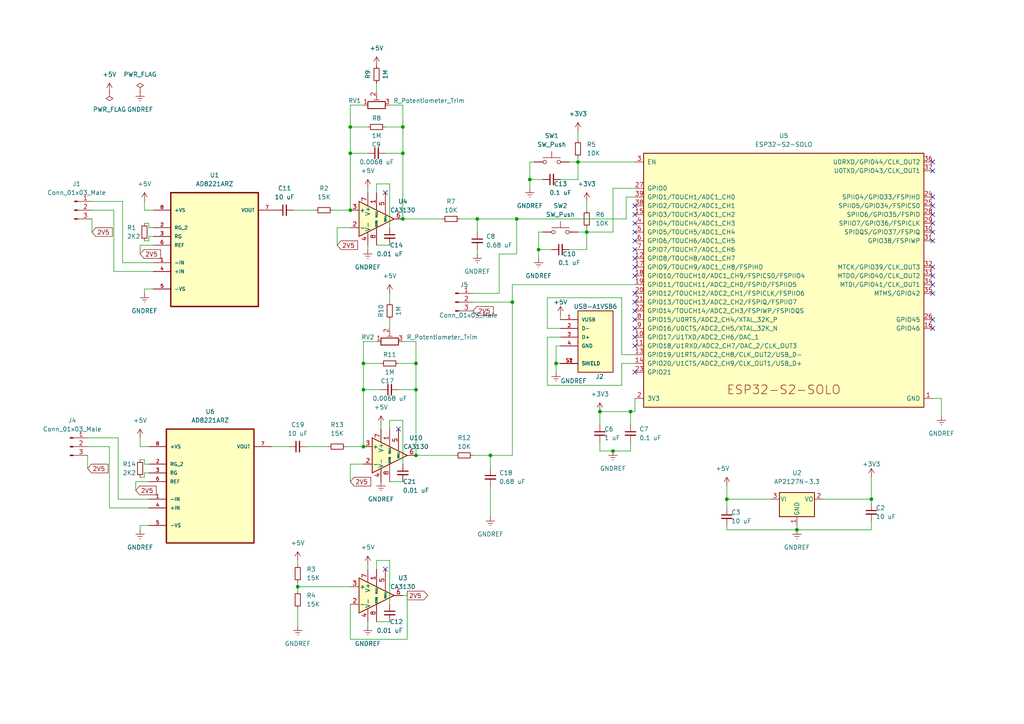
<source format=kicad_sch>
(kicad_sch (version 20211123) (generator eeschema)
  (paper "A4")
  (lib_symbols
    (symbol "AD8221ARZ:AD8221ARZ" (pin_names (offset 1.016))
      (property "Reference" "U" (at -4.3942 15.367 0))
      (property "Value" "AD8221ARZ" (at -5.2578 -25.0952 0))
      (symbol "AD8221ARZ_0_0"
        (rectangle (start -12.7 -20.32) (end 12.7 12.7) (stroke (width 0.4064)) (fill (type background)))
        (pin input line (at -17.78 -7.62 0) (length 5.08) (name "-IN") (number "1"))
        (pin passive line (at -17.78 2.54 0) (length 5.08) (name "RG_2") (number "2"))
        (pin passive line (at -17.78 0 0) (length 5.08) (name "RG") (number "3"))
        (pin input line (at -17.78 -10.16 0) (length 5.08) (name "+IN") (number "4"))
        (pin power_in line (at -17.78 -15.24 0) (length 5.08) (name "-VS") (number "5"))
        (pin input line (at -17.78 -2.54 0) (length 5.08) (name "REF") (number "6"))
        (pin output line (at 17.78 7.62 180) (length 5.08) (name "VOUT") (number "7"))
        (pin power_in line (at -17.78 7.62 0) (length 5.08) (name "+VS") (number "8"))
      )
    )
    (symbol "Amplifier_Operational:CA3130" (pin_names (offset 0.127))
      (property "Reference" "U" (at 6.35 5.08 0))
      (property "Value" "CA3130" (at 6.35 2.54 0))
      (symbol "CA3130_0_1"
        (polyline (pts (xy -5.08 5.08) (xy 5.08 0) (xy -5.08 -5.08) (xy -5.08 5.08)) (stroke (width 0.254)) (fill (type background)))
      )
      (symbol "CA3130_1_1"
        (pin passive line (at 0 7.62 270) (length 5.08) (name "NULL") (number "1"))
        (pin input line (at -7.62 -2.54 0) (length 2.54) (name "-") (number "2"))
        (pin input line (at -7.62 2.54 0) (length 2.54) (name "+") (number "3"))
        (pin power_in line (at -2.54 -7.62 90) (length 3.81) (name "V-") (number "4"))
        (pin passive line (at 2.54 7.62 270) (length 6.35) (name "NULL") (number "5"))
        (pin output line (at 7.62 0 180) (length 2.54) (name "~") (number "6"))
        (pin power_in line (at -2.54 7.62 270) (length 3.81) (name "V+") (number "7"))
        (pin passive line (at 0 -7.62 90) (length 5.08) (name "STRB") (number "8"))
      )
    )
    (symbol "Connector:Conn_01x03_Male" (pin_names (offset 1.016) hide)
      (property "Reference" "J" (at 0 5.08 0))
      (property "Value" "Conn_01x03_Male" (at 0 -5.08 0))
      (symbol "Conn_01x03_Male_1_1"
        (polyline (pts (xy 1.27 -2.54) (xy 0.8636 -2.54)) (stroke (width 0.1524)))
        (polyline (pts (xy 1.27 0) (xy 0.8636 0)) (stroke (width 0.1524)))
        (polyline (pts (xy 1.27 2.54) (xy 0.8636 2.54)) (stroke (width 0.1524)))
        (rectangle (start 0.8636 -2.413) (end 0 -2.667) (stroke (width 0.1524)) (fill (type outline)))
        (rectangle (start 0.8636 0.127) (end 0 -0.127) (stroke (width 0.1524)) (fill (type outline)))
        (rectangle (start 0.8636 2.667) (end 0 2.413) (stroke (width 0.1524)) (fill (type outline)))
        (pin passive line (at 5.08 2.54 180) (length 3.81) (name "Pin_1") (number "1"))
        (pin passive line (at 5.08 0 180) (length 3.81) (name "Pin_2") (number "2"))
        (pin passive line (at 5.08 -2.54 180) (length 3.81) (name "Pin_3") (number "3"))
      )
    )
    (symbol "Device:C_Small" (pin_numbers hide) (pin_names (offset 0.254) hide)
      (property "Reference" "C" (at 0.254 1.778 0))
      (property "Value" "C_Small" (at 0.254 -2.032 0))
      (symbol "C_Small_0_1"
        (polyline (pts (xy -1.524 -0.508) (xy 1.524 -0.508)) (stroke (width 0.3302)))
        (polyline (pts (xy -1.524 0.508) (xy 1.524 0.508)) (stroke (width 0.3048)))
      )
      (symbol "C_Small_1_1"
        (pin passive line (at 0 2.54 270) (length 2.032) (name "~") (number "1"))
        (pin passive line (at 0 -2.54 90) (length 2.032) (name "~") (number "2"))
      )
    )
    (symbol "Device:R_Potentiometer_Trim" (pin_names (offset 1.016) hide)
      (property "Reference" "RV" (at -4.445 0 90))
      (property "Value" "R_Potentiometer_Trim" (at -2.54 0 90))
      (symbol "R_Potentiometer_Trim_0_1"
        (polyline (pts (xy 1.524 0.762) (xy 1.524 -0.762)))
        (polyline (pts (xy 2.54 0) (xy 1.524 0)))
        (rectangle (start 1.016 2.54) (end -1.016 -2.54) (stroke (width 0.254)))
      )
      (symbol "R_Potentiometer_Trim_1_1"
        (pin passive line (at 0 3.81 270) (length 1.27) (name "1") (number "1"))
        (pin passive line (at 3.81 0 180) (length 1.27) (name "2") (number "2"))
        (pin passive line (at 0 -3.81 90) (length 1.27) (name "3") (number "3"))
      )
    )
    (symbol "Device:R_Small" (pin_numbers hide) (pin_names (offset 0.254) hide)
      (property "Reference" "R" (at 0.762 0.508 0))
      (property "Value" "R_Small" (at 0.762 -1.016 0))
      (symbol "R_Small_0_1"
        (rectangle (start -0.762 1.778) (end 0.762 -1.778) (stroke (width 0.2032)))
      )
      (symbol "R_Small_1_1"
        (pin passive line (at 0 2.54 270) (length 0.762) (name "~") (number "1"))
        (pin passive line (at 0 -2.54 90) (length 0.762) (name "~") (number "2"))
      )
    )
    (symbol "Espressif:ESP32-S2-SOLO" (pin_names (offset 1.016))
      (property "Reference" "U" (at -40.64 45.72 0))
      (property "Value" "ESP32-S2-SOLO" (at -40.64 43.18 0))
      (symbol "ESP32-S2-SOLO_0_1"
        (rectangle (start -40.64 40.64) (end 40.64 -33.02) (stroke (width 0.254)) (fill (type background)))
      )
      (symbol "ESP32-S2-SOLO_1_1"
        (text "ESP32-S2-SOLO" (at 0 -27.94 0) (effects (font (size 2.54 2.54))))
        (pin power_in line (at 43.18 -30.48 180) (length 2.54) (name "GND") (number "1"))
        (pin bidirectional line (at -43.18 -12.7 0) (length 2.54) (name "GPIO17/U1TXD/ADC2_CH6/DAC_1") (number "10"))
        (pin bidirectional line (at -43.18 -15.24 0) (length 2.54) (name "GPIO18/U1RXD/ADC2_CH7/DAC_2/CLK_OUT3") (number "11"))
        (pin bidirectional line (at -43.18 10.16 0) (length 2.54) (name "GPIO8/TOUCH8/ADC1_CH7") (number "12"))
        (pin bidirectional line (at -43.18 -17.78 0) (length 2.54) (name "GPIO19/U1RTS/ADC2_CH8/CLK_OUT2/USB_D-") (number "13"))
        (pin bidirectional line (at -43.18 -20.32 0) (length 2.54) (name "GPIO20/U1CTS/ADC2_CH9/CLK_OUT1/USB_D+") (number "14"))
        (pin bidirectional line (at -43.18 22.86 0) (length 2.54) (name "GPIO3/TOUCH3/ADC1_CH2") (number "15"))
        (pin input line (at 43.18 -10.16 180) (length 2.54) (name "GPIO46") (number "16"))
        (pin bidirectional line (at -43.18 7.62 0) (length 2.54) (name "GPIO9/TOUCH9/ADC1_CH8/FSPIHD") (number "17"))
        (pin bidirectional line (at -43.18 5.08 0) (length 2.54) (name "GPIO10/TOUCH10/ADC1_CH9/FSPICS0/FSPIIO4") (number "18"))
        (pin bidirectional line (at -43.18 2.54 0) (length 2.54) (name "GPIO11/TOUCH11/ADC2_CH0/FSPID/FSPIIO5") (number "19"))
        (pin power_in line (at -43.18 -30.48 0) (length 2.54) (name "3V3") (number "2"))
        (pin bidirectional line (at -43.18 0 0) (length 2.54) (name "GPIO12/TOUCH12/ADC2_CH1/FSPICLK/FSPIIO6") (number "20"))
        (pin bidirectional line (at -43.18 -2.54 0) (length 2.54) (name "GPIO13/TOUCH13/ADC2_CH2/FSPIQ/FSPIIO7") (number "21"))
        (pin bidirectional line (at -43.18 -5.08 0) (length 2.54) (name "GPIO14/TOUCH14/ADC2_CH3/FSPIWP/FSPIDQS") (number "22"))
        (pin bidirectional line (at -43.18 -22.86 0) (length 2.54) (name "GPIO21") (number "23"))
        (pin bidirectional line (at 43.18 27.94 180) (length 2.54) (name "SPIIO4/GPIO33/FSPIHD") (number "24"))
        (pin bidirectional line (at 43.18 25.4 180) (length 2.54) (name "SPIIO5/GPIO34/FSPICS0") (number "25"))
        (pin bidirectional line (at 43.18 -7.62 180) (length 2.54) (name "GPIO45") (number "26"))
        (pin bidirectional line (at -43.18 30.48 0) (length 2.54) (name "GPIO0") (number "27"))
        (pin bidirectional line (at 43.18 22.86 180) (length 2.54) (name "SPIIO6/GPIO35/FSPID") (number "28"))
        (pin bidirectional line (at 43.18 20.32 180) (length 2.54) (name "SPIIO7/GPIO36/FSPICLK") (number "29"))
        (pin bidirectional line (at -43.18 38.1 0) (length 2.54) (name "EN") (number "3"))
        (pin bidirectional line (at 43.18 17.78 180) (length 2.54) (name "SPIDQS/GPIO37/FSPIQ") (number "30"))
        (pin bidirectional line (at 43.18 15.24 180) (length 2.54) (name "GPIO38/FSPIWP") (number "31"))
        (pin bidirectional line (at 43.18 7.62 180) (length 2.54) (name "MTCK/GPIO39/CLK_OUT3") (number "32"))
        (pin bidirectional line (at 43.18 5.08 180) (length 2.54) (name "MTDO/GPIO40/CLK_OUT2") (number "33"))
        (pin bidirectional line (at 43.18 2.54 180) (length 2.54) (name "MTDI/GPIO41/CLK_OUT1") (number "34"))
        (pin bidirectional line (at 43.18 0 180) (length 2.54) (name "MTMS/GPIO42") (number "35"))
        (pin bidirectional line (at 43.18 38.1 180) (length 2.54) (name "U0RXD/GPIO44/CLK_OUT2") (number "36"))
        (pin bidirectional line (at 43.18 35.56 180) (length 2.54) (name "U0TXD/GPIO43/CLK_OUT1") (number "37"))
        (pin bidirectional line (at -43.18 25.4 0) (length 2.54) (name "GPIO2/TOUCH2/ADC1_CH1") (number "38"))
        (pin bidirectional line (at -43.18 27.94 0) (length 2.54) (name "GPIO1/TOUCH1/ADC1_CH0") (number "39"))
        (pin bidirectional line (at -43.18 20.32 0) (length 2.54) (name "GPIO4/TOUCH4/ADC1_CH3") (number "4"))
        (pin passive line (at 43.18 -30.48 180) (length 2.54) hide (name "GND") (number "40"))
        (pin passive line (at 43.18 -30.48 180) (length 2.54) hide (name "GND") (number "41"))
        (pin bidirectional line (at -43.18 17.78 0) (length 2.54) (name "GPIO5/TOUCH5/ADC1_CH4") (number "5"))
        (pin bidirectional line (at -43.18 15.24 0) (length 2.54) (name "GPIO6/TOUCH6/ADC1_CH5") (number "6"))
        (pin bidirectional line (at -43.18 12.7 0) (length 2.54) (name "GPIO7/TOUCH7/ADC1_CH6") (number "7"))
        (pin bidirectional line (at -43.18 -7.62 0) (length 2.54) (name "GPIO15/U0RTS/ADC2_CH4/XTAL_32K_P") (number "8"))
        (pin bidirectional line (at -43.18 -10.16 0) (length 2.54) (name "GPIO16/U0CTS/ADC2_CH5/XTAL_32K_N") (number "9"))
      )
    )
    (symbol "Regulator_Linear:AP2127N-3.3" (pin_names (offset 0.254))
      (property "Reference" "U" (at -3.81 3.175 0))
      (property "Value" "AP2127N-3.3" (at 0 3.175 0))
      (symbol "AP2127N-3.3_0_1"
        (rectangle (start -5.08 1.905) (end 5.08 -5.08) (stroke (width 0.254)) (fill (type background)))
      )
      (symbol "AP2127N-3.3_1_1"
        (pin power_in line (at 0 -7.62 90) (length 2.54) (name "GND") (number "1"))
        (pin power_out line (at 7.62 0 180) (length 2.54) (name "VO") (number "2"))
        (pin power_in line (at -7.62 0 0) (length 2.54) (name "VI") (number "3"))
      )
    )
    (symbol "Switch:SW_Push" (pin_numbers hide) (pin_names (offset 1.016) hide)
      (property "Reference" "SW" (at 1.27 2.54 0))
      (property "Value" "SW_Push" (at 0 -1.524 0))
      (symbol "SW_Push_0_1"
        (circle (center -2.032 0) (radius 0.508))
        (polyline (pts (xy 0 1.27) (xy 0 3.048)))
        (polyline (pts (xy 2.54 1.27) (xy -2.54 1.27)))
        (circle (center 2.032 0) (radius 0.508))
        (pin passive line (at -5.08 0 0) (length 2.54) (name "1") (number "1"))
        (pin passive line (at 5.08 0 180) (length 2.54) (name "2") (number "2"))
      )
    )
    (symbol "USB-A1VSB6:USB-A1VSB6" (pin_names (offset 1.016))
      (property "Reference" "J" (at -5.334 8.382 0))
      (property "Value" "USB-A1VSB6" (at -5.08 -12.7 0))
      (symbol "USB-A1VSB6_0_0"
        (rectangle (start -5.08 -10.16) (end 5.08 7.62) (stroke (width 0.254)) (fill (type background)))
        (pin passive line (at -10.16 5.08 0) (length 5.08) (name "VUSB") (number "1"))
        (pin passive line (at -10.16 2.54 0) (length 5.08) (name "D-") (number "2"))
        (pin passive line (at -10.16 0 0) (length 5.08) (name "D+") (number "3"))
        (pin passive line (at -10.16 -2.54 0) (length 5.08) (name "GND") (number "4"))
        (pin passive line (at -10.16 -7.62 0) (length 5.08) (name "SHIELD") (number "S1"))
        (pin passive line (at -10.16 -7.62 0) (length 5.08) (name "SHIELD") (number "S2"))
      )
    )
    (symbol "power:+3V3" (power) (pin_names (offset 0))
      (property "Value" "+3V3" (at 0 3.556 0))
      (symbol "+3V3_0_1"
        (polyline (pts (xy -0.762 1.27) (xy 0 2.54)))
        (polyline (pts (xy 0 0) (xy 0 2.54)))
        (polyline (pts (xy 0 2.54) (xy 0.762 1.27)))
      )
      (symbol "+3V3_1_1"
        (pin power_in line (at 0 0 90) (length 0) hide (name "+3V3") (number "1"))
      )
    )
    (symbol "power:+5V" (power) (pin_names (offset 0))
      (property "Value" "+5V" (at 0 3.556 0))
      (symbol "+5V_0_1"
        (polyline (pts (xy -0.762 1.27) (xy 0 2.54)))
        (polyline (pts (xy 0 0) (xy 0 2.54)))
        (polyline (pts (xy 0 2.54) (xy 0.762 1.27)))
      )
      (symbol "+5V_1_1"
        (pin power_in line (at 0 0 90) (length 0) hide (name "+5V") (number "1"))
      )
    )
    (symbol "power:GNDREF" (power) (pin_names (offset 0))
      (property "Value" "GNDREF" (at 0 -3.81 0))
      (symbol "GNDREF_0_1"
        (polyline (pts (xy -0.635 -1.905) (xy 0.635 -1.905)))
        (polyline (pts (xy -0.127 -2.54) (xy 0.127 -2.54)))
        (polyline (pts (xy 0 -1.27) (xy 0 0)))
        (polyline (pts (xy 1.27 -1.27) (xy -1.27 -1.27)))
      )
      (symbol "GNDREF_1_1"
        (pin power_in line (at 0 0 270) (length 0) hide (name "GNDREF") (number "1"))
      )
    )
    (symbol "power:PWR_FLAG" (power) (pin_numbers hide) (pin_names (offset 0) hide)
      (property "Value" "PWR_FLAG" (at 0 3.81 0))
      (symbol "PWR_FLAG_0_0"
        (pin power_out line (at 0 0 90) (length 0) (name "pwr") (number "1"))
      )
      (symbol "PWR_FLAG_0_1"
        (polyline (pts (xy 0 0) (xy 0 1.27) (xy -1.016 1.905) (xy 0 2.54) (xy 1.016 1.905) (xy 0 1.27)))
      )
    )
  )
  (junction (at 170.18 67.31))
  (junction (at 161.29 105.41))
  (junction (at 120.65 113.03))
  (junction (at 86.36 170.18))
  (junction (at 105.41 129.54))
  (junction (at 120.65 105.41))
  (junction (at 101.6 44.45))
  (junction (at 231.14 153.67))
  (junction (at 105.41 105.41))
  (junction (at 210.82 144.78))
  (junction (at 116.84 44.45))
  (junction (at 116.84 63.5))
  (junction (at 182.88 119.38))
  (junction (at 167.64 46.99))
  (junction (at 153.67 52.07))
  (junction (at 101.6 60.96))
  (junction (at 149.86 63.5))
  (junction (at 173.99 119.38))
  (junction (at 142.24 132.08))
  (junction (at 138.43 63.5))
  (junction (at 148.59 87.63))
  (junction (at 101.6 36.83))
  (junction (at 156.21 72.39))
  (junction (at 120.65 132.08))
  (junction (at 177.8 130.81))
  (junction (at 116.84 36.83))
  (junction (at 252.73 144.78))
  (junction (at 105.41 113.03))
  (no_connect (at 270.51 80.01))
  (no_connect (at 270.51 82.55))
  (no_connect (at 270.51 92.71))
  (no_connect (at 270.51 85.09))
  (no_connect (at 270.51 95.25))
  (no_connect (at 184.15 77.47))
  (no_connect (at 184.15 74.93))
  (no_connect (at 184.15 69.85))
  (no_connect (at 184.15 72.39))
  (no_connect (at 270.51 62.23))
  (no_connect (at 270.51 64.77))
  (no_connect (at 270.51 67.31))
  (no_connect (at 270.51 69.85))
  (no_connect (at 270.51 77.47))
  (no_connect (at 270.51 46.99))
  (no_connect (at 270.51 57.15))
  (no_connect (at 270.51 49.53))
  (no_connect (at 270.51 59.69))
  (no_connect (at 184.15 62.23))
  (no_connect (at 184.15 67.31))
  (no_connect (at 184.15 64.77))
  (no_connect (at 184.15 100.33))
  (no_connect (at 184.15 95.25))
  (no_connect (at 184.15 97.79))
  (no_connect (at 184.15 85.09))
  (no_connect (at 184.15 87.63))
  (no_connect (at 184.15 90.17))
  (no_connect (at 184.15 92.71))
  (no_connect (at 184.15 80.01))
  (no_connect (at 111.76 55.88))
  (no_connect (at 184.15 107.95))
  (no_connect (at 184.15 59.69))
  (no_connect (at 115.57 124.46))
  (no_connect (at 111.76 165.1))
  (wire (pts (xy 156.21 72.39) (xy 156.21 74.93)))
  (wire (pts (xy 120.65 105.41) (xy 120.65 113.03)))
  (wire (pts (xy 210.82 140.97) (xy 210.82 144.78)))
  (wire (pts (xy 25.4 135.89) (xy 25.4 132.08)))
  (wire (pts (xy 105.41 105.41) (xy 105.41 113.03)))
  (wire (pts (xy 26.67 67.31) (xy 26.67 63.5)))
  (wire (pts (xy 173.99 119.38) (xy 173.99 123.19)))
  (wire (pts (xy 167.64 52.07) (xy 167.64 46.99)))
  (wire (pts (xy 40.64 152.4) (xy 40.64 153.67)))
  (wire (pts (xy 26.67 58.42) (xy 35.56 58.42)))
  (wire (pts (xy 25.4 127) (xy 34.29 127)))
  (wire (pts (xy 231.14 153.67) (xy 252.73 153.67)))
  (wire (pts (xy 118.11 172.72) (xy 116.84 172.72)))
  (wire (pts (xy 101.6 30.48) (xy 105.41 30.48)))
  (wire (pts (xy 101.6 44.45) (xy 106.68 44.45)))
  (wire (pts (xy 26.67 60.96) (xy 33.02 60.96)))
  (wire (pts (xy 113.03 53.34) (xy 109.22 53.34)))
  (wire (pts (xy 33.02 60.96) (xy 33.02 78.74)))
  (wire (pts (xy 31.75 147.32) (xy 43.18 147.32)))
  (wire (pts (xy 148.59 87.63) (xy 148.59 132.08)))
  (wire (pts (xy 273.05 115.57) (xy 270.51 115.57)))
  (wire (pts (xy 100.33 129.54) (xy 105.41 129.54)))
  (wire (pts (xy 106.68 71.12) (xy 106.68 72.39)))
  (wire (pts (xy 35.56 76.2) (xy 44.45 76.2)))
  (wire (pts (xy 25.4 129.54) (xy 31.75 129.54)))
  (wire (pts (xy 173.99 130.81) (xy 177.8 130.81)))
  (wire (pts (xy 231.14 152.4) (xy 231.14 153.67)))
  (wire (pts (xy 101.6 185.42) (xy 101.6 175.26)))
  (wire (pts (xy 86.36 170.18) (xy 86.36 171.45)))
  (wire (pts (xy 181.61 57.15) (xy 184.15 57.15)))
  (wire (pts (xy 44.45 66.04) (xy 43.18 66.04)))
  (wire (pts (xy 41.91 60.96) (xy 44.45 60.96)))
  (wire (pts (xy 138.43 63.5) (xy 149.86 63.5)))
  (wire (pts (xy 154.94 46.99) (xy 153.67 46.99)))
  (wire (pts (xy 113.03 30.48) (xy 116.84 30.48)))
  (wire (pts (xy 113.03 66.04) (xy 113.03 53.34)))
  (wire (pts (xy 41.91 58.42) (xy 41.91 60.96)))
  (wire (pts (xy 41.91 83.82) (xy 41.91 85.09)))
  (wire (pts (xy 96.52 60.96) (xy 101.6 60.96)))
  (wire (pts (xy 33.02 78.74) (xy 44.45 78.74)))
  (wire (pts (xy 144.78 85.09) (xy 144.78 73.66)))
  (wire (pts (xy 110.49 105.41) (xy 105.41 105.41)))
  (wire (pts (xy 113.03 139.7) (xy 116.84 139.7)))
  (wire (pts (xy 142.24 140.97) (xy 142.24 149.86)))
  (wire (pts (xy 181.61 57.15) (xy 181.61 63.5)))
  (wire (pts (xy 162.56 52.07) (xy 167.64 52.07)))
  (wire (pts (xy 167.64 46.99) (xy 184.15 46.99)))
  (wire (pts (xy 210.82 144.78) (xy 223.52 144.78)))
  (wire (pts (xy 109.22 180.34) (xy 113.03 180.34)))
  (wire (pts (xy 182.88 128.27) (xy 182.88 130.81)))
  (wire (pts (xy 252.73 151.13) (xy 252.73 153.67)))
  (wire (pts (xy 184.15 105.41) (xy 180.34 105.41)))
  (wire (pts (xy 40.64 129.54) (xy 43.18 129.54)))
  (wire (pts (xy 85.09 60.96) (xy 91.44 60.96)))
  (wire (pts (xy 238.76 144.78) (xy 252.73 144.78)))
  (wire (pts (xy 182.88 119.38) (xy 184.15 119.38)))
  (wire (pts (xy 137.16 132.08) (xy 142.24 132.08)))
  (wire (pts (xy 210.82 152.4) (xy 210.82 153.67)))
  (wire (pts (xy 35.56 58.42) (xy 35.56 76.2)))
  (wire (pts (xy 161.29 105.41) (xy 161.29 107.95)))
  (wire (pts (xy 252.73 138.43) (xy 252.73 144.78)))
  (wire (pts (xy 88.9 129.54) (xy 95.25 129.54)))
  (wire (pts (xy 148.59 82.55) (xy 184.15 82.55)))
  (wire (pts (xy 105.41 105.41) (xy 105.41 99.06)))
  (wire (pts (xy 101.6 134.62) (xy 101.6 139.7)))
  (wire (pts (xy 86.36 168.91) (xy 86.36 170.18)))
  (wire (pts (xy 158.75 86.36) (xy 180.34 86.36)))
  (wire (pts (xy 41.91 137.16) (xy 41.91 138.43)))
  (wire (pts (xy 113.03 162.56) (xy 109.22 162.56)))
  (wire (pts (xy 116.84 36.83) (xy 116.84 44.45)))
  (wire (pts (xy 109.22 53.34) (xy 109.22 55.88)))
  (wire (pts (xy 157.48 67.31) (xy 156.21 67.31)))
  (wire (pts (xy 106.68 36.83) (xy 101.6 36.83)))
  (wire (pts (xy 113.03 85.09) (xy 113.03 87.63)))
  (wire (pts (xy 43.18 68.58) (xy 44.45 68.58)))
  (wire (pts (xy 97.79 66.04) (xy 97.79 71.12)))
  (wire (pts (xy 44.45 83.82) (xy 41.91 83.82)))
  (wire (pts (xy 97.79 66.04) (xy 101.6 66.04)))
  (wire (pts (xy 144.78 73.66) (xy 149.86 73.66)))
  (wire (pts (xy 109.22 71.12) (xy 113.03 71.12)))
  (wire (pts (xy 184.15 54.61) (xy 177.8 54.61)))
  (wire (pts (xy 43.18 152.4) (xy 40.64 152.4)))
  (wire (pts (xy 43.18 68.58) (xy 43.18 69.85)))
  (wire (pts (xy 86.36 162.56) (xy 86.36 163.83)))
  (wire (pts (xy 41.91 137.16) (xy 43.18 137.16)))
  (wire (pts (xy 142.24 132.08) (xy 142.24 135.89)))
  (wire (pts (xy 167.64 67.31) (xy 170.18 67.31)))
  (wire (pts (xy 109.22 24.13) (xy 109.22 26.67)))
  (wire (pts (xy 180.34 102.87) (xy 184.15 102.87)))
  (wire (pts (xy 167.64 46.99) (xy 167.64 45.72)))
  (wire (pts (xy 41.91 69.85) (xy 43.18 69.85)))
  (wire (pts (xy 138.43 72.39) (xy 138.43 73.66)))
  (wire (pts (xy 109.22 162.56) (xy 109.22 165.1)))
  (wire (pts (xy 105.41 129.54) (xy 105.41 113.03)))
  (wire (pts (xy 43.18 134.62) (xy 41.91 134.62)))
  (wire (pts (xy 180.34 105.41) (xy 180.34 111.76)))
  (wire (pts (xy 40.64 127) (xy 40.64 129.54)))
  (wire (pts (xy 158.75 97.79) (xy 162.56 97.79)))
  (wire (pts (xy 43.18 66.04) (xy 43.18 64.77)))
  (wire (pts (xy 162.56 91.44) (xy 162.56 92.71)))
  (wire (pts (xy 165.1 46.99) (xy 167.64 46.99)))
  (wire (pts (xy 120.65 132.08) (xy 132.08 132.08)))
  (wire (pts (xy 39.37 139.7) (xy 39.37 142.24)))
  (wire (pts (xy 180.34 86.36) (xy 180.34 102.87)))
  (wire (pts (xy 184.15 119.38) (xy 184.15 115.57)))
  (wire (pts (xy 113.03 175.26) (xy 113.03 162.56)))
  (wire (pts (xy 86.36 170.18) (xy 101.6 170.18)))
  (wire (pts (xy 106.68 54.61) (xy 106.68 55.88)))
  (wire (pts (xy 120.65 99.06) (xy 120.65 105.41)))
  (wire (pts (xy 210.82 144.78) (xy 210.82 147.32)))
  (wire (pts (xy 105.41 113.03) (xy 110.49 113.03)))
  (wire (pts (xy 115.57 105.41) (xy 120.65 105.41)))
  (wire (pts (xy 113.03 121.92) (xy 113.03 124.46)))
  (wire (pts (xy 41.91 134.62) (xy 41.91 133.35)))
  (wire (pts (xy 153.67 52.07) (xy 153.67 54.61)))
  (wire (pts (xy 153.67 52.07) (xy 157.48 52.07)))
  (wire (pts (xy 137.16 87.63) (xy 148.59 87.63)))
  (wire (pts (xy 170.18 58.42) (xy 170.18 60.96)))
  (wire (pts (xy 148.59 132.08) (xy 142.24 132.08)))
  (wire (pts (xy 101.6 185.42) (xy 118.11 185.42)))
  (wire (pts (xy 31.75 129.54) (xy 31.75 147.32)))
  (wire (pts (xy 156.21 67.31) (xy 156.21 72.39)))
  (wire (pts (xy 138.43 63.5) (xy 138.43 67.31)))
  (wire (pts (xy 158.75 95.25) (xy 158.75 86.36)))
  (wire (pts (xy 177.8 54.61) (xy 177.8 67.31)))
  (wire (pts (xy 113.03 92.71) (xy 113.03 95.25)))
  (wire (pts (xy 173.99 128.27) (xy 173.99 130.81)))
  (wire (pts (xy 273.05 115.57) (xy 273.05 120.65)))
  (wire (pts (xy 161.29 105.41) (xy 162.56 105.41)))
  (wire (pts (xy 106.68 163.83) (xy 106.68 165.1)))
  (wire (pts (xy 78.74 129.54) (xy 83.82 129.54)))
  (wire (pts (xy 105.41 99.06) (xy 109.22 99.06)))
  (wire (pts (xy 158.75 111.76) (xy 158.75 97.79)))
  (wire (pts (xy 177.8 67.31) (xy 170.18 67.31)))
  (wire (pts (xy 116.84 99.06) (xy 120.65 99.06)))
  (wire (pts (xy 41.91 133.35) (xy 40.64 133.35)))
  (wire (pts (xy 116.84 63.5) (xy 128.27 63.5)))
  (wire (pts (xy 43.18 139.7) (xy 39.37 139.7)))
  (wire (pts (xy 116.84 134.62) (xy 116.84 121.92)))
  (wire (pts (xy 111.76 36.83) (xy 116.84 36.83)))
  (wire (pts (xy 210.82 153.67) (xy 231.14 153.67)))
  (wire (pts (xy 120.65 113.03) (xy 120.65 132.08)))
  (wire (pts (xy 101.6 36.83) (xy 101.6 30.48)))
  (wire (pts (xy 34.29 144.78) (xy 43.18 144.78)))
  (wire (pts (xy 106.68 180.34) (xy 106.68 181.61)))
  (wire (pts (xy 149.86 73.66) (xy 149.86 63.5)))
  (wire (pts (xy 167.64 38.1) (xy 167.64 40.64)))
  (wire (pts (xy 162.56 95.25) (xy 158.75 95.25)))
  (wire (pts (xy 43.18 64.77) (xy 41.91 64.77)))
  (wire (pts (xy 170.18 72.39) (xy 170.18 67.31)))
  (wire (pts (xy 252.73 144.78) (xy 252.73 146.05)))
  (wire (pts (xy 177.8 130.81) (xy 182.88 130.81)))
  (wire (pts (xy 149.86 63.5) (xy 181.61 63.5)))
  (wire (pts (xy 156.21 72.39) (xy 160.02 72.39)))
  (wire (pts (xy 111.76 44.45) (xy 116.84 44.45)))
  (wire (pts (xy 182.88 119.38) (xy 182.88 123.19)))
  (wire (pts (xy 137.16 85.09) (xy 144.78 85.09)))
  (wire (pts (xy 170.18 67.31) (xy 170.18 66.04)))
  (wire (pts (xy 165.1 72.39) (xy 170.18 72.39)))
  (wire (pts (xy 101.6 60.96) (xy 101.6 44.45)))
  (wire (pts (xy 153.67 46.99) (xy 153.67 52.07)))
  (wire (pts (xy 86.36 176.53) (xy 86.36 181.61)))
  (wire (pts (xy 118.11 172.72) (xy 118.11 185.42)))
  (wire (pts (xy 180.34 111.76) (xy 158.75 111.76)))
  (wire (pts (xy 115.57 113.03) (xy 120.65 113.03)))
  (wire (pts (xy 162.56 100.33) (xy 161.29 100.33)))
  (wire (pts (xy 110.49 123.19) (xy 110.49 124.46)))
  (wire (pts (xy 116.84 44.45) (xy 116.84 63.5)))
  (wire (pts (xy 101.6 36.83) (xy 101.6 44.45)))
  (wire (pts (xy 133.35 63.5) (xy 138.43 63.5)))
  (wire (pts (xy 173.99 119.38) (xy 182.88 119.38)))
  (wire (pts (xy 116.84 30.48) (xy 116.84 36.83)))
  (wire (pts (xy 148.59 82.55) (xy 148.59 87.63)))
  (wire (pts (xy 116.84 121.92) (xy 113.03 121.92)))
  (wire (pts (xy 40.64 71.12) (xy 40.64 73.66)))
  (wire (pts (xy 101.6 134.62) (xy 105.41 134.62)))
  (wire (pts (xy 40.64 138.43) (xy 41.91 138.43)))
  (wire (pts (xy 161.29 100.33) (xy 161.29 105.41)))
  (wire (pts (xy 44.45 71.12) (xy 40.64 71.12)))
  (wire (pts (xy 34.29 127) (xy 34.29 144.78)))
  (global_label "2V5" (shape output) (at 118.11 172.72 0) (property "Intersheet References" "${INTERSHEET_REFS}" (effects hide)))
  (global_label "2V5" (shape input) (at 26.67 67.31 0) (property "Intersheet References" "${INTERSHEET_REFS}" (effects hide)))
  (global_label "2V5" (shape input) (at 40.64 73.66 0) (property "Intersheet References" "${INTERSHEET_REFS}" (effects hide)))
  (global_label "2V5" (shape input) (at 137.16 90.17 0) (property "Intersheet References" "${INTERSHEET_REFS}" (effects hide)))
  (global_label "2V5" (shape input) (at 101.6 139.7 0) (property "Intersheet References" "${INTERSHEET_REFS}" (effects hide)))
  (global_label "2V5" (shape input) (at 39.37 142.24 0) (property "Intersheet References" "${INTERSHEET_REFS}" (effects hide)))
  (global_label "2V5" (shape input) (at 97.79 71.12 0) (property "Intersheet References" "${INTERSHEET_REFS}" (effects hide)))
  (global_label "2V5" (shape input) (at 25.4 135.89 0) (property "Intersheet References" "${INTERSHEET_REFS}" (effects hide)))
  (symbol (lib_id "power:+3V3") (at 167.64 38.1 0) (unit 1)
    (property "Reference" "#PWR0115" (effects hide))
    (property "Value" "+3V3" (at 167.64 33.02 0))
  )
  (symbol (lib_id "Device:R_Potentiometer_Trim") (at 113.03 99.06 90) (unit 1)
    (property "Reference" "RV2" (at 106.68 97.79 90))
    (property "Value" "R_Potentiometer_Trim" (at 128.27 97.79 90))
    (property "Footprint" "Potentiometer_SMD:Potentiometer_Bourns_3314G_Vertical" (effects hide))
  )
  (symbol (lib_id "Switch:SW_Push") (at 162.56 67.31 0) (unit 1)
    (property "Reference" "SW2" (at 162.56 59.69 0))
    (property "Value" "SW_Push" (at 162.56 62.23 0))
    (property "Footprint" "footprints-switch:ESB-33535A" (effects hide))
  )
  (symbol (lib_id "power:GNDREF") (at 231.14 153.67 0) (unit 1)
    (property "Reference" "#PWR0110" (effects hide))
    (property "Value" "GNDREF" (at 231.14 158.75 0))
  )
  (symbol (lib_id "power:+5V") (at 31.75 26.67 0) (unit 1)
    (property "Reference" "#PWR0123" (effects hide))
    (property "Value" "+5V" (at 31.75 21.59 0))
  )
  (symbol (lib_id "power:+5V") (at 109.22 19.05 0) (unit 1)
    (property "Reference" "#PWR0124" (effects hide))
    (property "Value" "+5V" (at 109.22 13.97 0))
  )
  (symbol (lib_id "Amplifier_Operational:CA3130") (at 109.22 172.72 0) (unit 1)
    (property "Reference" "U3" (at 116.84 167.64 0))
    (property "Value" "CA3130" (at 116.84 170.18 0))
    (property "Footprint" "Package_SO:SOIC-8-1EP_3.9x4.9mm_P1.27mm_EP2.29x3mm" (effects hide))
    (property "Datasheet" "http://www.intersil.com/content/dam/intersil/documents/ca31/ca3130-a.pdf" (effects hide))
  )
  (symbol (lib_id "Regulator_Linear:AP2127N-3.3") (at 231.14 144.78 0) (unit 1)
    (property "Reference" "U2" (at 231.14 137.16 0))
    (property "Value" "AP2127N-3.3" (at 231.14 139.7 0))
    (property "Footprint" "ap2127:SOT91P240X110-3N" (effects hide))
    (property "Datasheet" "https://www.diodes.com/assets/Datasheets/AP2127.pdf" (effects hide))
  )
  (symbol (lib_id "Device:R_Small") (at 109.22 21.59 0) (unit 1)
    (property "Reference" "R9" (at 106.68 21.59 90))
    (property "Value" "1M" (at 111.76 21.59 90))
    (property "Footprint" "Resistor_SMD:R_0603_1608Metric" (effects hide))
  )
  (symbol (lib_id "power:+3V3") (at 170.18 58.42 0) (unit 1)
    (property "Reference" "#PWR0108" (effects hide))
    (property "Value" "+3V3" (at 170.18 53.34 0))
  )
  (symbol (lib_id "Connector:Conn_01x03_Male") (at 20.32 129.54 0) (unit 1)
    (property "Reference" "J4" (at 20.955 121.92 0))
    (property "Value" "Conn_01x03_Male" (at 20.955 124.46 0))
    (property "Footprint" "61300311121:61300311121" (effects hide))
  )
  (symbol (lib_id "Device:C_Small") (at 109.22 44.45 90) (unit 1)
    (property "Reference" "C9" (at 110.49 41.91 90) (effects (justify left)))
    (property "Value" "0.0068 uF" (at 114.3 46.99 90) (effects (justify left)))
    (property "Footprint" "Capacitor_SMD:C_0603_1608Metric" (effects hide))
  )
  (symbol (lib_id "power:GNDREF") (at 106.68 72.39 0) (unit 1)
    (property "Reference" "#PWR0122" (effects hide))
    (property "Value" "GNDREF" (at 106.68 77.47 0))
  )
  (symbol (lib_id "Connector:Conn_01x03_Male") (at 21.59 60.96 0) (unit 1)
    (property "Reference" "J1" (at 22.225 53.34 0))
    (property "Value" "Conn_01x03_Male" (at 22.225 55.88 0))
    (property "Footprint" "61300311121:61300311121" (effects hide))
  )
  (symbol (lib_id "power:PWR_FLAG") (at 40.64 26.67 0) (unit 1)
    (property "Reference" "#FLG0102" (effects hide))
    (property "Value" "PWR_FLAG" (at 40.64 21.59 0))
  )
  (symbol (lib_id "power:GNDREF") (at 86.36 181.61 0) (unit 1)
    (property "Reference" "#PWR0112" (effects hide))
    (property "Value" "GNDREF" (at 86.36 186.69 0))
  )
  (symbol (lib_id "AD8221ARZ:AD8221ARZ") (at 60.96 137.16 0) (unit 1)
    (property "Reference" "U6" (at 60.96 119.38 0))
    (property "Value" "AD8221ARZ" (at 60.96 121.92 0))
    (property "Footprint" "SOIC127P600X175-8N" (effects hide))
    (property "SUPPLIER" "Analog Devices" (effects hide))
    (property "PACKAGE" "SOIC-8" (effects hide))
    (property "OC_NEWARK" "-" (effects hide))
    (property "OC_FARNELL" "1660959" (effects hide))
    (property "MPN" "AD8221ARZ" (effects hide))
  )
  (symbol (lib_id "Device:R_Small") (at 113.03 90.17 0) (unit 1)
    (property "Reference" "R10" (at 110.49 90.17 90))
    (property "Value" "1M" (at 115.57 90.17 90))
    (property "Footprint" "Resistor_SMD:R_0603_1608Metric" (effects hide))
  )
  (symbol (lib_id "power:+5V") (at 40.64 127 0) (unit 1)
    (property "Reference" "#PWR0121" (effects hide))
    (property "Value" "+5V" (at 40.64 121.92 0))
  )
  (symbol (lib_id "AD8221ARZ:AD8221ARZ") (at 62.23 68.58 0) (unit 1)
    (property "Reference" "U1" (at 62.23 50.8 0))
    (property "Value" "AD8221ARZ" (at 62.23 53.34 0))
    (property "Footprint" "SOIC127P600X175-8N" (effects hide))
    (property "SUPPLIER" "Analog Devices" (effects hide))
    (property "PACKAGE" "SOIC-8" (effects hide))
    (property "OC_NEWARK" "-" (effects hide))
    (property "OC_FARNELL" "1660959" (effects hide))
    (property "MPN" "AD8221ARZ" (effects hide))
  )
  (symbol (lib_id "Device:R_Small") (at 170.18 63.5 0) (unit 1)
    (property "Reference" "R6" (at 172.72 62.2299 0) (effects (justify left)))
    (property "Value" "10K" (at 172.72 64.7699 0) (effects (justify left)))
    (property "Footprint" "Resistor_SMD:R_0603_1608Metric" (effects hide))
  )
  (symbol (lib_id "Device:C_Small") (at 113.03 68.58 0) (unit 1)
    (property "Reference" "C14" (at 113.03 71.12 0) (effects (justify left)))
    (property "Value" "0.01 uF" (at 109.22 73.66 0) (effects (justify left)))
    (property "Footprint" "Capacitor_SMD:C_0603_1608Metric" (effects hide))
  )
  (symbol (lib_id "power:GNDREF") (at 153.67 54.61 0) (unit 1)
    (property "Reference" "#PWR0102" (effects hide))
    (property "Value" "GNDREF" (at 153.67 59.69 0))
  )
  (symbol (lib_id "Device:C_Small") (at 86.36 129.54 90) (unit 1)
    (property "Reference" "C19" (at 86.3663 123.19 90))
    (property "Value" "10 uF" (at 86.3663 125.73 90))
    (property "Footprint" "Capacitor_SMD:C_0603_1608Metric" (effects hide))
  )
  (symbol (lib_id "Device:R_Small") (at 41.91 67.31 0) (unit 1)
    (property "Reference" "R1" (at 36.83 66.04 0) (effects (justify left)))
    (property "Value" "2K2" (at 36.83 68.58 0) (effects (justify left)))
    (property "Footprint" "Resistor_SMD:R_0603_1608Metric" (effects hide))
  )
  (symbol (lib_id "power:GNDREF") (at 273.05 120.65 0) (unit 1)
    (property "Reference" "#PWR0109" (effects hide))
    (property "Value" "GNDREF" (at 273.05 125.73 0))
  )
  (symbol (lib_id "power:GNDREF") (at 138.43 73.66 0) (unit 1)
    (property "Reference" "#PWR0106" (effects hide))
    (property "Value" "GNDREF" (at 138.43 78.74 0))
  )
  (symbol (lib_id "Device:C_Small") (at 252.73 148.59 0) (unit 1)
    (property "Reference" "C2" (at 254 147.32 0) (effects (justify left)))
    (property "Value" "10 uF" (at 254 149.86 0) (effects (justify left)))
    (property "Footprint" "Capacitor_SMD:C_0603_1608Metric" (effects hide))
  )
  (symbol (lib_id "power:+5V") (at 41.91 58.42 0) (unit 1)
    (property "Reference" "#PWR0120" (effects hide))
    (property "Value" "+5V" (at 41.91 53.34 0))
  )
  (symbol (lib_id "power:+5V") (at 86.36 162.56 0) (unit 1)
    (property "Reference" "#PWR0104" (effects hide))
    (property "Value" "+5V" (at 86.36 157.48 0))
  )
  (symbol (lib_id "Espressif:ESP32-S2-SOLO") (at 227.33 85.09 0) (unit 1)
    (property "Reference" "U5" (at 227.33 39.37 0))
    (property "Value" "ESP32-S2-SOLO" (at 227.33 41.91 0))
    (property "Footprint" "Espressif:ESP32-S2-SOLO" (effects hide))
    (property "Datasheet" "https://www.espressif.com/sites/default/files/documentation/esp32-s2-solo_esp32-s2-solo-u_datasheet_en.pdf" (effects hide))
  )
  (symbol (lib_id "power:GNDREF") (at 40.64 26.67 0) (unit 1)
    (property "Reference" "#PWR0126" (effects hide))
    (property "Value" "GNDREF" (at 40.64 31.75 0))
  )
  (symbol (lib_id "Device:R_Small") (at 109.22 36.83 270) (unit 1)
    (property "Reference" "R8" (at 109.22 34.29 90))
    (property "Value" "1M" (at 109.22 39.37 90))
    (property "Footprint" "Resistor_SMD:R_0603_1608Metric" (effects hide))
  )
  (symbol (lib_id "power:GNDREF") (at 40.64 153.67 0) (unit 1)
    (property "Reference" "#PWR0125" (effects hide))
    (property "Value" "GNDREF" (at 40.64 158.75 0))
  )
  (symbol (lib_id "Device:R_Small") (at 167.64 43.18 0) (unit 1)
    (property "Reference" "R5" (at 170.18 41.9099 0) (effects (justify left)))
    (property "Value" "10K" (at 170.18 44.4499 0) (effects (justify left)))
    (property "Footprint" "Resistor_SMD:R_0603_1608Metric" (effects hide))
  )
  (symbol (lib_id "power:+5V") (at 106.68 163.83 0) (unit 1)
    (property "Reference" "#PWR0103" (effects hide))
    (property "Value" "+5V" (at 106.68 158.75 0))
  )
  (symbol (lib_id "power:+5V") (at 113.03 85.09 0) (unit 1)
    (property "Reference" "#PWR0119" (effects hide))
    (property "Value" "+5V" (at 113.03 80.01 0))
  )
  (symbol (lib_id "Device:C_Small") (at 210.82 149.86 0) (unit 1)
    (property "Reference" "C3" (at 212.09 148.59 0) (effects (justify left)))
    (property "Value" "10 uF" (at 212.09 151.13 0) (effects (justify left)))
    (property "Footprint" "Capacitor_SMD:C_0603_1608Metric" (effects hide))
  )
  (symbol (lib_id "USB-A1VSB6:USB-A1VSB6") (at 172.72 97.79 0) (unit 1)
    (property "Reference" "J2" (at 172.72 109.22 0) (effects (justify left)))
    (property "Value" "USB-A1VSB6" (at 166.37 88.9 0) (effects (justify left)))
    (property "Footprint" "USB-A1VSB6:ONSHORE_USB-A1VSB6" (effects hide))
    (property "STANDARD" "Manufacturer Recommendation" (effects hide))
    (property "MANUFACTURER" "On Shore Technology" (effects hide))
    (property "PARTREV" "D" (effects hide))
  )
  (symbol (lib_id "power:+5V") (at 110.49 123.19 0) (unit 1)
    (property "Reference" "#PWR0130" (effects hide))
    (property "Value" "+5V" (at 110.49 118.11 0))
  )
  (symbol (lib_id "Device:C_Small") (at 82.55 60.96 90) (unit 1)
    (property "Reference" "C11" (at 82.5563 54.61 90))
    (property "Value" "10 uF" (at 82.5563 57.15 90))
    (property "Footprint" "Capacitor_SMD:C_0603_1608Metric" (effects hide))
  )
  (symbol (lib_id "Device:C_Small") (at 160.02 52.07 90) (unit 1)
    (property "Reference" "C13" (at 162.56 53.34 90))
    (property "Value" "0.1 uF" (at 162.56 55.88 90))
    (property "Footprint" "Capacitor_SMD:C_0603_1608Metric" (effects hide))
  )
  (symbol (lib_id "power:GNDREF") (at 177.8 130.81 0) (unit 1)
    (property "Reference" "#PWR0107" (effects hide))
    (property "Value" "GNDREF" (at 177.8 135.89 0))
  )
  (symbol (lib_id "Device:C_Small") (at 113.03 177.8 0) (unit 1)
    (property "Reference" "C12" (at 113.03 180.34 0) (effects (justify left)))
    (property "Value" "0.01 uF" (at 109.22 182.88 0) (effects (justify left)))
    (property "Footprint" "Capacitor_SMD:C_0603_1608Metric" (effects hide))
  )
  (symbol (lib_id "Device:C_Small") (at 113.03 113.03 90) (unit 1)
    (property "Reference" "C17" (at 114.3 110.49 90) (effects (justify left)))
    (property "Value" "0.0068 uF" (at 118.11 115.57 90) (effects (justify left)))
    (property "Footprint" "Capacitor_SMD:C_0603_1608Metric" (effects hide))
  )
  (symbol (lib_id "Device:C_Small") (at 142.24 138.43 0) (unit 1)
    (property "Reference" "C18" (at 144.78 137.16 0) (effects (justify left)))
    (property "Value" "0.68 uF" (at 144.78 139.7 0) (effects (justify left)))
    (property "Footprint" "Capacitor_SMD:C_0603_1608Metric" (effects hide))
  )
  (symbol (lib_id "Device:R_Small") (at 86.36 166.37 0) (unit 1)
    (property "Reference" "R3" (at 88.9 165.0999 0) (effects (justify left)))
    (property "Value" "15K" (at 88.9 167.6399 0) (effects (justify left)))
    (property "Footprint" "Resistor_SMD:R_0603_1608Metric" (effects hide))
  )
  (symbol (lib_id "Device:R_Small") (at 130.81 63.5 270) (unit 1)
    (property "Reference" "R7" (at 130.81 58.42 90))
    (property "Value" "10K" (at 130.81 60.96 90))
    (property "Footprint" "Resistor_SMD:R_0603_1608Metric" (effects hide))
  )
  (symbol (lib_id "power:GNDREF") (at 161.29 107.95 0) (unit 1)
    (property "Reference" "#PWR0105" (effects hide))
    (property "Value" "GNDREF" (at 166.37 110.49 0))
  )
  (symbol (lib_id "Device:R_Potentiometer_Trim") (at 109.22 30.48 90) (unit 1)
    (property "Reference" "RV1" (at 102.87 29.21 90))
    (property "Value" "R_Potentiometer_Trim" (at 124.46 29.21 90))
    (property "Footprint" "Potentiometer_SMD:Potentiometer_Bourns_3314G_Vertical" (effects hide))
  )
  (symbol (lib_id "power:GNDREF") (at 110.49 139.7 0) (unit 1)
    (property "Reference" "#PWR0131" (effects hide))
    (property "Value" "GNDREF" (at 110.49 144.78 0))
  )
  (symbol (lib_id "Device:C_Small") (at 182.88 125.73 0) (unit 1)
    (property "Reference" "C7" (at 185.42 124.4662 0) (effects (justify left)))
    (property "Value" "0.1 uF" (at 185.42 127.0062 0) (effects (justify left)))
    (property "Footprint" "Capacitor_SMD:C_0603_1608Metric" (effects hide))
  )
  (symbol (lib_id "Device:C_Small") (at 173.99 125.73 0) (unit 1)
    (property "Reference" "C6" (at 175.26 124.46 0) (effects (justify left)))
    (property "Value" "1 uF" (at 175.26 127 0) (effects (justify left)))
    (property "Footprint" "Capacitor_SMD:C_0603_1608Metric" (effects hide))
  )
  (symbol (lib_id "Device:R_Small") (at 97.79 129.54 270) (unit 1)
    (property "Reference" "R13" (at 97.79 123.19 90))
    (property "Value" "15K" (at 97.79 125.73 90))
    (property "Footprint" "Resistor_SMD:R_0603_1608Metric" (effects hide))
  )
  (symbol (lib_id "power:PWR_FLAG") (at 31.75 26.67 180) (unit 1)
    (property "Reference" "#FLG0101" (effects hide))
    (property "Value" "PWR_FLAG" (at 31.75 31.75 0))
  )
  (symbol (lib_id "Device:R_Small") (at 134.62 132.08 270) (unit 1)
    (property "Reference" "R12" (at 134.62 127 90))
    (property "Value" "10K" (at 134.62 129.54 90))
    (property "Footprint" "Resistor_SMD:R_0603_1608Metric" (effects hide))
  )
  (symbol (lib_id "power:GNDREF") (at 106.68 181.61 0) (unit 1)
    (property "Reference" "#PWR0117" (effects hide))
    (property "Value" "GNDREF" (at 106.68 186.69 0))
  )
  (symbol (lib_id "Switch:SW_Push") (at 160.02 46.99 0) (unit 1)
    (property "Reference" "SW1" (at 160.02 39.37 0))
    (property "Value" "SW_Push" (at 160.02 41.91 0))
    (property "Footprint" "footprints-switch:ESB-33535A" (effects hide))
  )
  (symbol (lib_id "power:GNDREF") (at 156.21 74.93 0) (unit 1)
    (property "Reference" "#PWR0101" (effects hide))
    (property "Value" "GNDREF" (at 156.21 80.01 0))
  )
  (symbol (lib_id "power:+3V3") (at 173.99 119.38 0) (unit 1)
    (property "Reference" "#PWR0113" (effects hide))
    (property "Value" "+3V3" (at 173.99 114.3 0))
  )
  (symbol (lib_id "Device:R_Small") (at 93.98 60.96 270) (unit 1)
    (property "Reference" "R2" (at 93.98 54.61 90))
    (property "Value" "15K" (at 93.98 57.15 90))
    (property "Footprint" "Resistor_SMD:R_0603_1608Metric" (effects hide))
  )
  (symbol (lib_id "power:+3V3") (at 252.73 138.43 0) (unit 1)
    (property "Reference" "#PWR0116" (effects hide))
    (property "Value" "+3V3" (at 252.73 134.62 0))
  )
  (symbol (lib_id "Device:R_Small") (at 40.64 135.89 0) (unit 1)
    (property "Reference" "R14" (at 35.56 134.62 0) (effects (justify left)))
    (property "Value" "2K2" (at 35.56 137.16 0) (effects (justify left)))
    (property "Footprint" "Resistor_SMD:R_0603_1608Metric" (effects hide))
  )
  (symbol (lib_id "power:GNDREF") (at 41.91 85.09 0) (unit 1)
    (property "Reference" "#PWR0114" (effects hide))
    (property "Value" "GNDREF" (at 41.91 90.17 0))
  )
  (symbol (lib_id "power:+5V") (at 162.56 91.44 0) (unit 1)
    (property "Reference" "#PWR0111" (effects hide))
    (property "Value" "+5V" (at 162.56 87.63 0))
  )
  (symbol (lib_id "Amplifier_Operational:CA3130") (at 109.22 63.5 0) (unit 1)
    (property "Reference" "U4" (at 116.84 58.42 0))
    (property "Value" "CA3130" (at 116.84 60.96 0))
    (property "Footprint" "Package_SO:SOIC-8-1EP_3.9x4.9mm_P1.27mm_EP2.29x3mm" (effects hide))
    (property "Datasheet" "http://www.intersil.com/content/dam/intersil/documents/ca31/ca3130-a.pdf" (effects hide))
  )
  (symbol (lib_id "power:+5V") (at 106.68 54.61 0) (unit 1)
    (property "Reference" "#PWR0128" (effects hide))
    (property "Value" "+5V" (at 106.68 49.53 0))
  )
  (symbol (lib_id "Device:C_Small") (at 138.43 69.85 0) (unit 1)
    (property "Reference" "C8" (at 140.97 68.58 0) (effects (justify left)))
    (property "Value" "0.68 uF" (at 140.97 71.12 0) (effects (justify left)))
    (property "Footprint" "Capacitor_SMD:C_0603_1608Metric" (effects hide))
  )
  (symbol (lib_id "power:GNDREF") (at 142.24 149.86 0) (unit 1)
    (property "Reference" "#PWR0132" (effects hide))
    (property "Value" "GNDREF" (at 142.24 154.94 0))
  )
  (symbol (lib_id "Amplifier_Operational:CA3130") (at 113.03 132.08 0) (unit 1)
    (property "Reference" "U10" (at 120.65 127 0))
    (property "Value" "CA3130" (at 120.65 129.54 0))
    (property "Footprint" "Package_SO:SOIC-8-1EP_3.9x4.9mm_P1.27mm_EP2.29x3mm" (effects hide))
    (property "Datasheet" "http://www.intersil.com/content/dam/intersil/documents/ca31/ca3130-a.pdf" (effects hide))
  )
  (symbol (lib_id "Device:C_Small") (at 162.56 72.39 90) (unit 1)
    (property "Reference" "C10" (at 165.1 73.66 90))
    (property "Value" "0.1 uF" (at 165.1 76.2 90))
    (property "Footprint" "Capacitor_SMD:C_0603_1608Metric" (effects hide))
  )
  (symbol (lib_id "Device:R_Small") (at 86.36 173.99 0) (unit 1)
    (property "Reference" "R4" (at 88.9 172.7199 0) (effects (justify left)))
    (property "Value" "15K" (at 88.9 175.2599 0) (effects (justify left)))
    (property "Footprint" "Resistor_SMD:R_0603_1608Metric" (effects hide))
  )
  (symbol (lib_id "Connector:Conn_01x03_Male") (at 132.08 87.63 0) (unit 1)
    (property "Reference" "J5" (at 134.62 82.55 0))
    (property "Value" "Conn_01x03_Male" (at 135.89 91.44 0))
    (property "Footprint" "61300311121:61300311121" (effects hide))
  )
  (symbol (lib_id "Device:R_Small") (at 113.03 105.41 270) (unit 1)
    (property "Reference" "R11" (at 113.03 102.87 90))
    (property "Value" "1M" (at 113.03 107.95 90))
    (property "Footprint" "Resistor_SMD:R_0603_1608Metric" (effects hide))
  )
  (symbol (lib_id "Device:C_Small") (at 116.84 137.16 0) (unit 1)
    (property "Reference" "C21" (at 116.84 139.7 0) (effects (justify left)))
    (property "Value" "0.01 uF" (at 116.84 142.24 0) (effects (justify left)))
    (property "Footprint" "Capacitor_SMD:C_0603_1608Metric" (effects hide))
  )
  (symbol (lib_id "power:+5V") (at 210.82 140.97 0) (unit 1)
    (property "Reference" "#PWR0118" (effects hide))
    (property "Value" "+5V" (at 209.55 135.89 0))
  )
)
</source>
